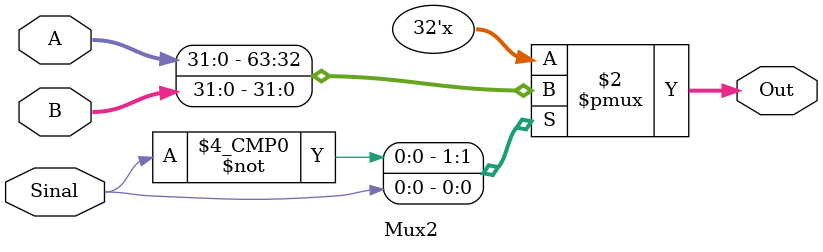
<source format=v>
module Mux2(A, B, Sinal, Out);

input wire [31:0] A, B; // entradas
input wire Sinal; // controle
output reg [31:0] Out; // saída

always @(*) begin
	case(Sinal)
		1'b0: Out = A;
		1'b1: Out = B;
	endcase
end
endmodule 
</source>
